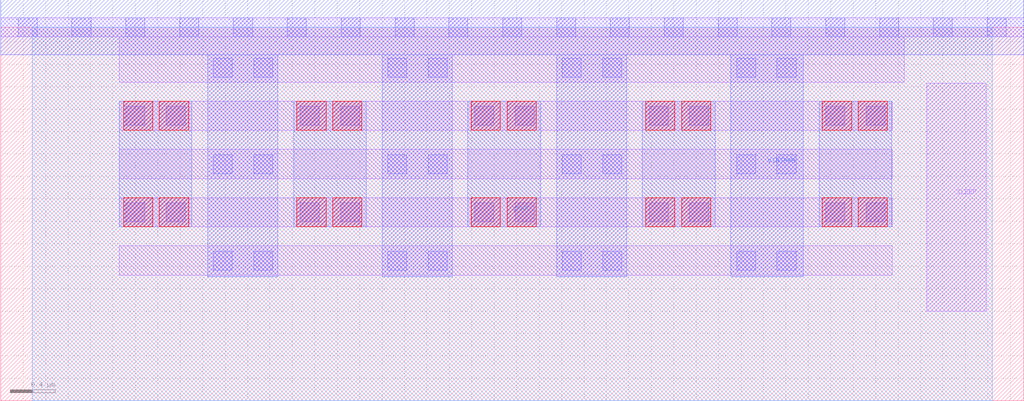
<source format=lef>
# Copyright 2020 The SkyWater PDK Authors
#
# Licensed under the Apache License, Version 2.0 (the "License");
# you may not use this file except in compliance with the License.
# You may obtain a copy of the License at
#
#     https://www.apache.org/licenses/LICENSE-2.0
#
# Unless required by applicable law or agreed to in writing, software
# distributed under the License is distributed on an "AS IS" BASIS,
# WITHOUT WARRANTIES OR CONDITIONS OF ANY KIND, either express or implied.
# See the License for the specific language governing permissions and
# limitations under the License.
#
# SPDX-License-Identifier: Apache-2.0

VERSION 5.7 ;
  NAMESCASESENSITIVE ON ;
  NOWIREEXTENSIONATPIN ON ;
  DIVIDERCHAR "/" ;
  BUSBITCHARS "[]" ;
UNITS
  DATABASE MICRONS 200 ;
END UNITS
MACRO sky130_fd_sc_lp__sleep_sergate_plv_28
  CLASS BLOCK ;
  FOREIGN sky130_fd_sc_lp__sleep_sergate_plv_28 ;
  ORIGIN  0.000000  0.000000 ;
  SIZE  9.120000 BY  3.330000 ;
  PIN SLEEP
    ANTENNAGATEAREA  4.200000 ;
    PORT
      LAYER li1 ;
        RECT 8.255000 0.800000 8.785000 2.830000 ;
    END
  END SLEEP
  PIN VIRTPWR
    ANTENNADIFFAREA  5.950000 ;
    PORT
      LAYER met1 ;
        RECT 0.000000 3.085000 9.120000 3.575000 ;
        RECT 1.845000 1.105000 2.470000 3.085000 ;
        RECT 3.400000 1.105000 4.025000 3.085000 ;
        RECT 4.955000 1.105000 5.580000 3.085000 ;
        RECT 6.510000 1.105000 7.155000 3.085000 ;
    END
  END VIRTPWR
  PIN VPWR
    USE POWER ;
    PORT
      LAYER met2 ;
        RECT 0.280000 0.000000 8.840000 3.330000 ;
    END
  END VPWR
  OBS
    LAYER li1 ;
      RECT 0.000000 3.245000 9.120000 3.415000 ;
      RECT 1.055000 1.120000 7.950000 1.380000 ;
      RECT 1.055000 1.550000 7.950000 1.810000 ;
      RECT 1.055000 1.980000 7.950000 2.240000 ;
      RECT 1.055000 2.410000 7.950000 2.670000 ;
      RECT 1.055000 2.840000 8.055000 3.245000 ;
    LAYER mcon ;
      RECT 0.155000 3.245000 0.325000 3.415000 ;
      RECT 0.635000 3.245000 0.805000 3.415000 ;
      RECT 1.115000 1.595000 1.285000 1.765000 ;
      RECT 1.115000 2.455000 1.285000 2.625000 ;
      RECT 1.115000 3.245000 1.285000 3.415000 ;
      RECT 1.475000 1.595000 1.645000 1.765000 ;
      RECT 1.475000 2.455000 1.645000 2.625000 ;
      RECT 1.595000 3.245000 1.765000 3.415000 ;
      RECT 1.895000 1.165000 2.065000 1.335000 ;
      RECT 1.895000 2.025000 2.065000 2.195000 ;
      RECT 1.895000 2.885000 2.065000 3.055000 ;
      RECT 2.075000 3.245000 2.245000 3.415000 ;
      RECT 2.255000 1.165000 2.425000 1.335000 ;
      RECT 2.255000 2.025000 2.425000 2.195000 ;
      RECT 2.255000 2.885000 2.425000 3.055000 ;
      RECT 2.555000 3.245000 2.725000 3.415000 ;
      RECT 2.670000 1.595000 2.840000 1.765000 ;
      RECT 2.670000 2.455000 2.840000 2.625000 ;
      RECT 3.030000 1.595000 3.200000 1.765000 ;
      RECT 3.030000 2.455000 3.200000 2.625000 ;
      RECT 3.035000 3.245000 3.205000 3.415000 ;
      RECT 3.450000 1.165000 3.620000 1.335000 ;
      RECT 3.450000 2.025000 3.620000 2.195000 ;
      RECT 3.450000 2.885000 3.620000 3.055000 ;
      RECT 3.515000 3.245000 3.685000 3.415000 ;
      RECT 3.810000 1.165000 3.980000 1.335000 ;
      RECT 3.810000 2.025000 3.980000 2.195000 ;
      RECT 3.810000 2.885000 3.980000 3.055000 ;
      RECT 3.995000 3.245000 4.165000 3.415000 ;
      RECT 4.225000 1.595000 4.395000 1.765000 ;
      RECT 4.225000 2.455000 4.395000 2.625000 ;
      RECT 4.475000 3.245000 4.645000 3.415000 ;
      RECT 4.585000 1.595000 4.755000 1.765000 ;
      RECT 4.585000 2.455000 4.755000 2.625000 ;
      RECT 4.955000 3.245000 5.125000 3.415000 ;
      RECT 5.005000 1.165000 5.175000 1.335000 ;
      RECT 5.005000 2.025000 5.175000 2.195000 ;
      RECT 5.005000 2.885000 5.175000 3.055000 ;
      RECT 5.365000 1.165000 5.535000 1.335000 ;
      RECT 5.365000 2.025000 5.535000 2.195000 ;
      RECT 5.365000 2.885000 5.535000 3.055000 ;
      RECT 5.435000 3.245000 5.605000 3.415000 ;
      RECT 5.780000 1.595000 5.950000 1.765000 ;
      RECT 5.780000 2.455000 5.950000 2.625000 ;
      RECT 5.915000 3.245000 6.085000 3.415000 ;
      RECT 6.140000 1.595000 6.310000 1.765000 ;
      RECT 6.140000 2.455000 6.310000 2.625000 ;
      RECT 6.395000 3.245000 6.565000 3.415000 ;
      RECT 6.560000 1.165000 6.730000 1.335000 ;
      RECT 6.560000 2.025000 6.730000 2.195000 ;
      RECT 6.560000 2.885000 6.730000 3.055000 ;
      RECT 6.875000 3.245000 7.045000 3.415000 ;
      RECT 6.920000 1.165000 7.090000 1.335000 ;
      RECT 6.920000 2.025000 7.090000 2.195000 ;
      RECT 6.920000 2.885000 7.090000 3.055000 ;
      RECT 7.355000 1.595000 7.525000 1.765000 ;
      RECT 7.355000 2.455000 7.525000 2.625000 ;
      RECT 7.355000 3.245000 7.525000 3.415000 ;
      RECT 7.715000 1.595000 7.885000 1.765000 ;
      RECT 7.715000 2.455000 7.885000 2.625000 ;
      RECT 7.835000 3.245000 8.005000 3.415000 ;
      RECT 8.315000 3.245000 8.485000 3.415000 ;
      RECT 8.795000 3.245000 8.965000 3.415000 ;
    LAYER met1 ;
      RECT 1.055000 1.550000 1.705000 2.670000 ;
      RECT 2.610000 1.550000 3.260000 2.670000 ;
      RECT 4.165000 1.550000 4.815000 2.670000 ;
      RECT 5.720000 1.550000 6.370000 2.670000 ;
      RECT 7.295000 1.550000 7.945000 2.670000 ;
    LAYER via ;
      RECT 1.095000 1.550000 1.355000 1.810000 ;
      RECT 1.095000 2.410000 1.355000 2.670000 ;
      RECT 1.415000 1.550000 1.675000 1.810000 ;
      RECT 1.415000 2.410000 1.675000 2.670000 ;
      RECT 2.640000 1.550000 2.900000 1.810000 ;
      RECT 2.640000 2.410000 2.900000 2.670000 ;
      RECT 2.960000 1.550000 3.220000 1.810000 ;
      RECT 2.960000 2.410000 3.220000 2.670000 ;
      RECT 4.195000 1.550000 4.455000 1.810000 ;
      RECT 4.195000 2.410000 4.455000 2.670000 ;
      RECT 4.515000 1.550000 4.775000 1.810000 ;
      RECT 4.515000 2.410000 4.775000 2.670000 ;
      RECT 5.750000 1.550000 6.010000 1.810000 ;
      RECT 5.750000 2.410000 6.010000 2.670000 ;
      RECT 6.070000 1.550000 6.330000 1.810000 ;
      RECT 6.070000 2.410000 6.330000 2.670000 ;
      RECT 7.325000 1.550000 7.585000 1.810000 ;
      RECT 7.325000 2.410000 7.585000 2.670000 ;
      RECT 7.645000 1.550000 7.905000 1.810000 ;
      RECT 7.645000 2.410000 7.905000 2.670000 ;
  END
END sky130_fd_sc_lp__sleep_sergate_plv_28
END LIBRARY

</source>
